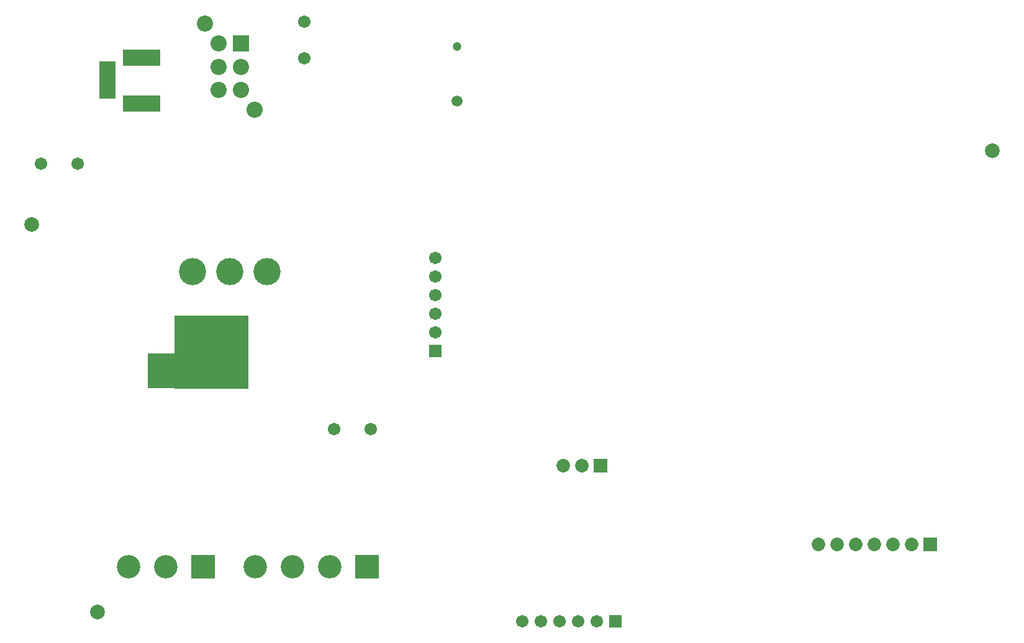
<source format=gbs>
G04*
G04 #@! TF.GenerationSoftware,Altium Limited,Altium Designer,24.5.2 (23)*
G04*
G04 Layer_Color=16711935*
%FSLAX25Y25*%
%MOIN*%
G70*
G04*
G04 #@! TF.SameCoordinates,BE672D6A-22B5-4311-9D4D-3F017F5E6AAD*
G04*
G04*
G04 #@! TF.FilePolarity,Negative*
G04*
G01*
G75*
%ADD79C,0.04737*%
%ADD80R,0.06706X0.06706*%
%ADD116C,0.07874*%
%ADD121C,0.07296*%
%ADD122R,0.07296X0.07296*%
%ADD123C,0.06706*%
%ADD124R,0.07296X0.07296*%
%ADD125R,0.06706X0.06706*%
%ADD126C,0.05918*%
%ADD127C,0.14580*%
%ADD128R,0.12611X0.12611*%
%ADD129C,0.12611*%
%ADD130R,0.20485X0.08674*%
%ADD131R,0.08674X0.20485*%
%ADD132C,0.08674*%
%ADD133R,0.08674X0.08674*%
G36*
X127963Y131890D02*
X88583D01*
Y132264D01*
X74272D01*
Y150965D01*
X88583D01*
Y171260D01*
X127963D01*
Y131890D01*
D02*
G37*
D79*
X240158Y316122D02*
D03*
D80*
X325071Y6890D02*
D03*
D116*
X47244Y11811D02*
D03*
X527559Y259842D02*
D03*
X11811Y220472D02*
D03*
D121*
X297244Y90551D02*
D03*
X307244D02*
D03*
X434055Y48228D02*
D03*
X444055D02*
D03*
X454055D02*
D03*
X464055D02*
D03*
X474055D02*
D03*
X484055D02*
D03*
D122*
X317244Y90551D02*
D03*
D123*
X315071Y6890D02*
D03*
X305071D02*
D03*
X295071D02*
D03*
X285071D02*
D03*
X275071D02*
D03*
X228346Y202402D02*
D03*
Y192402D02*
D03*
Y182402D02*
D03*
Y172402D02*
D03*
Y162402D02*
D03*
X174213Y110236D02*
D03*
X193898D02*
D03*
X157980Y329224D02*
D03*
Y309539D02*
D03*
X16732Y252953D02*
D03*
X36417D02*
D03*
D124*
X494055Y48228D02*
D03*
D125*
X228346Y152402D02*
D03*
D126*
X240158Y286634D02*
D03*
D127*
X98110Y194882D02*
D03*
X118110D02*
D03*
X138110D02*
D03*
D128*
X191890Y36417D02*
D03*
X103661D02*
D03*
D129*
X171890D02*
D03*
X151890D02*
D03*
X131890D02*
D03*
X83661D02*
D03*
X63661D02*
D03*
D130*
X70866Y285433D02*
D03*
Y309842D02*
D03*
D131*
X52362Y298031D02*
D03*
D132*
X104724Y328346D02*
D03*
X131496Y281890D02*
D03*
X112205Y292520D02*
D03*
Y305118D02*
D03*
Y317717D02*
D03*
X124016Y292520D02*
D03*
Y305118D02*
D03*
D133*
Y317717D02*
D03*
M02*

</source>
